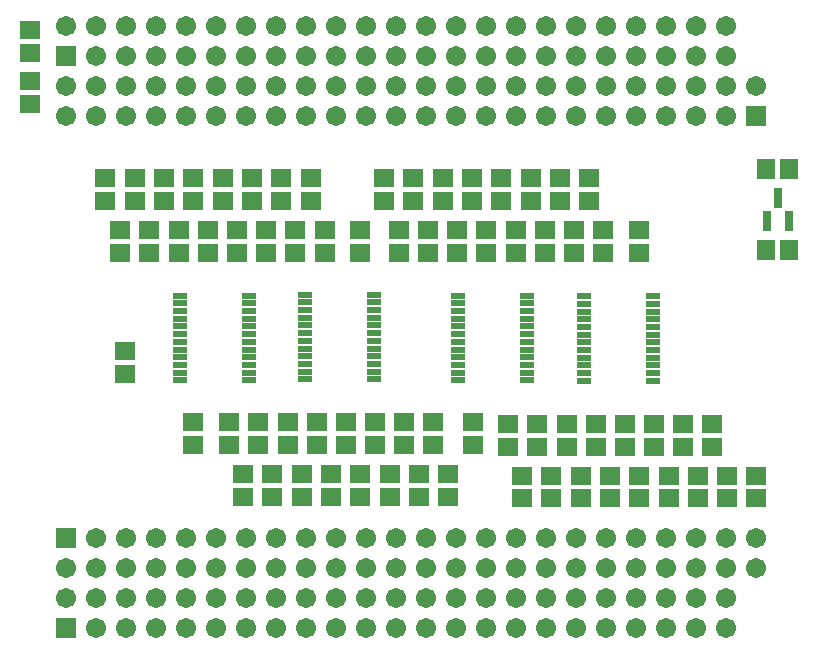
<source format=gts>
G04*
G04 #@! TF.GenerationSoftware,Altium Limited,Altium Designer,19.1.8 (144)*
G04*
G04 Layer_Color=8388736*
%FSLAX44Y44*%
%MOMM*%
G71*
G01*
G75*
%ADD20R,1.7272X1.5240*%
%ADD21R,1.1938X0.5080*%
%ADD22R,1.5240X1.7272*%
%ADD23R,0.8032X1.7032*%
%ADD24R,1.7032X1.7032*%
%ADD25C,1.7032*%
D20*
X-325882Y242062D02*
D03*
Y261214D02*
D03*
X227508Y-71882D02*
D03*
Y-91034D02*
D03*
X252218Y-71882D02*
D03*
Y-91034D02*
D03*
X-46482Y73152D02*
D03*
Y92304D02*
D03*
X49276Y-70612D02*
D03*
Y-89764D02*
D03*
X15998Y-70612D02*
D03*
Y-89764D02*
D03*
X-187198Y-70612D02*
D03*
Y-89764D02*
D03*
X190246Y73152D02*
D03*
Y92304D02*
D03*
X28698Y-114554D02*
D03*
Y-133706D02*
D03*
X3843Y-114554D02*
D03*
Y-133706D02*
D03*
X-21012Y-114554D02*
D03*
Y-133706D02*
D03*
X-45867Y-114554D02*
D03*
Y-133706D02*
D03*
X-70722Y-114554D02*
D03*
Y-133706D02*
D03*
X-95578Y-114554D02*
D03*
Y-133706D02*
D03*
X-120433Y-114554D02*
D03*
Y-133706D02*
D03*
X-145288Y-114554D02*
D03*
Y-133706D02*
D03*
X-8712Y-70612D02*
D03*
Y-89764D02*
D03*
X-33422Y-70612D02*
D03*
Y-89764D02*
D03*
X-58132Y-70612D02*
D03*
Y-89764D02*
D03*
X-82842Y-70612D02*
D03*
Y-89764D02*
D03*
X-107552Y-70612D02*
D03*
Y-89764D02*
D03*
X-132262Y-70612D02*
D03*
Y-89764D02*
D03*
X-156972Y-70612D02*
D03*
Y-89764D02*
D03*
X159718Y73152D02*
D03*
Y92304D02*
D03*
X148034Y117094D02*
D03*
Y136246D02*
D03*
X135008Y73152D02*
D03*
Y92304D02*
D03*
X123179Y117094D02*
D03*
Y136246D02*
D03*
X110298Y73152D02*
D03*
Y92304D02*
D03*
X98324Y117094D02*
D03*
Y136246D02*
D03*
X85588Y73152D02*
D03*
Y92304D02*
D03*
X73469Y117094D02*
D03*
Y136246D02*
D03*
X60878Y73152D02*
D03*
Y92304D02*
D03*
X48614Y117094D02*
D03*
Y136246D02*
D03*
X36168Y73152D02*
D03*
Y92304D02*
D03*
X23759Y117094D02*
D03*
Y136246D02*
D03*
X11458Y73152D02*
D03*
Y92304D02*
D03*
X-1096Y117094D02*
D03*
Y136246D02*
D03*
X-13252Y73152D02*
D03*
Y92304D02*
D03*
X-25951Y117094D02*
D03*
Y136246D02*
D03*
X79248Y-71882D02*
D03*
Y-91034D02*
D03*
X-76248Y73152D02*
D03*
Y92304D02*
D03*
X90932Y-115824D02*
D03*
Y-134976D02*
D03*
X-87932Y117094D02*
D03*
Y136246D02*
D03*
X103958Y-71882D02*
D03*
Y-91034D02*
D03*
X-100958Y73152D02*
D03*
Y92304D02*
D03*
X115787Y-115824D02*
D03*
Y-134976D02*
D03*
X-112787Y117094D02*
D03*
Y136246D02*
D03*
X128668Y-71882D02*
D03*
Y-91034D02*
D03*
X-125668Y73152D02*
D03*
Y92304D02*
D03*
X140642Y-115824D02*
D03*
Y-134976D02*
D03*
X-137642Y117094D02*
D03*
Y136246D02*
D03*
X153378Y-71882D02*
D03*
Y-91034D02*
D03*
X-150378Y73152D02*
D03*
Y92304D02*
D03*
X165497Y-115824D02*
D03*
Y-134976D02*
D03*
X-162497Y117094D02*
D03*
Y136246D02*
D03*
X178088Y-71882D02*
D03*
Y-91034D02*
D03*
X-175088Y73152D02*
D03*
Y92304D02*
D03*
X190353Y-115824D02*
D03*
Y-134976D02*
D03*
X-187352Y117094D02*
D03*
Y136246D02*
D03*
X202798Y-71882D02*
D03*
Y-91034D02*
D03*
X-199797Y73152D02*
D03*
Y92304D02*
D03*
X215208Y-115824D02*
D03*
Y-134976D02*
D03*
X-212207Y117094D02*
D03*
Y136246D02*
D03*
X-224508Y73152D02*
D03*
Y92304D02*
D03*
X240063Y-115824D02*
D03*
Y-134976D02*
D03*
X-237062Y117094D02*
D03*
Y136246D02*
D03*
X-249217Y73152D02*
D03*
Y92304D02*
D03*
X264918Y-115824D02*
D03*
Y-134976D02*
D03*
X-261917Y117094D02*
D03*
Y136246D02*
D03*
X289052Y-134976D02*
D03*
Y-115824D02*
D03*
X-244856Y-10312D02*
D03*
Y-29464D02*
D03*
X-325882Y199034D02*
D03*
Y218186D02*
D03*
D21*
X143542Y36258D02*
D03*
Y29758D02*
D03*
Y23258D02*
D03*
Y16758D02*
D03*
Y10258D02*
D03*
Y3758D02*
D03*
Y-2794D02*
D03*
Y-9398D02*
D03*
Y-15748D02*
D03*
Y-22352D02*
D03*
X201930D02*
D03*
Y-15748D02*
D03*
Y-9398D02*
D03*
Y-2794D02*
D03*
Y3758D02*
D03*
Y10258D02*
D03*
Y16758D02*
D03*
Y23258D02*
D03*
Y29758D02*
D03*
Y36258D02*
D03*
X143542Y-28956D02*
D03*
X201930D02*
D03*
X143542Y-35306D02*
D03*
X201930D02*
D03*
X95424Y-34988D02*
D03*
Y-28488D02*
D03*
Y-21988D02*
D03*
Y-15488D02*
D03*
Y-8988D02*
D03*
Y-2488D02*
D03*
Y4064D02*
D03*
Y10668D02*
D03*
Y17018D02*
D03*
Y23622D02*
D03*
X37036D02*
D03*
Y17018D02*
D03*
Y10668D02*
D03*
Y4064D02*
D03*
Y-2488D02*
D03*
Y-8988D02*
D03*
Y-15488D02*
D03*
Y-21988D02*
D03*
Y-28488D02*
D03*
Y-34988D02*
D03*
X95424Y30226D02*
D03*
X37036D02*
D03*
X95424Y36576D02*
D03*
X37036D02*
D03*
X-92678Y37528D02*
D03*
Y31028D02*
D03*
Y24528D02*
D03*
Y18028D02*
D03*
Y11528D02*
D03*
Y5028D02*
D03*
Y-1524D02*
D03*
Y-8128D02*
D03*
Y-14478D02*
D03*
Y-21082D02*
D03*
X-34290D02*
D03*
Y-14478D02*
D03*
Y-8128D02*
D03*
Y-1524D02*
D03*
Y5028D02*
D03*
Y11528D02*
D03*
Y18028D02*
D03*
Y24528D02*
D03*
Y31028D02*
D03*
Y37528D02*
D03*
X-92678Y-27686D02*
D03*
X-34290D02*
D03*
X-92678Y-34036D02*
D03*
X-34290D02*
D03*
X-140541Y-34988D02*
D03*
Y-28488D02*
D03*
Y-21988D02*
D03*
Y-15488D02*
D03*
Y-8988D02*
D03*
Y-2488D02*
D03*
Y4064D02*
D03*
Y10668D02*
D03*
Y17018D02*
D03*
Y23622D02*
D03*
X-198930D02*
D03*
Y17018D02*
D03*
Y10668D02*
D03*
Y4064D02*
D03*
Y-2488D02*
D03*
Y-8988D02*
D03*
Y-15488D02*
D03*
Y-21988D02*
D03*
Y-28488D02*
D03*
Y-34988D02*
D03*
X-140541Y30226D02*
D03*
X-198930D02*
D03*
X-140541Y36576D02*
D03*
X-198930D02*
D03*
D22*
X316840Y75184D02*
D03*
X297688D02*
D03*
X316840Y144272D02*
D03*
X297688D02*
D03*
D23*
X298348Y100228D02*
D03*
X317348D02*
D03*
X307848Y119228D02*
D03*
D24*
X-295000Y-168800D02*
D03*
X289200Y189200D02*
D03*
X-295000Y240000D02*
D03*
Y-245000D02*
D03*
D25*
Y-194200D02*
D03*
X-269600Y-168800D02*
D03*
Y-194200D02*
D03*
X-244200Y-168800D02*
D03*
Y-194200D02*
D03*
X-218800Y-168800D02*
D03*
Y-194200D02*
D03*
X-193400Y-168800D02*
D03*
Y-194200D02*
D03*
X-168000Y-168800D02*
D03*
Y-194200D02*
D03*
X-142600Y-168800D02*
D03*
Y-194200D02*
D03*
X-117200Y-168800D02*
D03*
Y-194200D02*
D03*
X-91800Y-168800D02*
D03*
Y-194200D02*
D03*
X-66400Y-168800D02*
D03*
Y-194200D02*
D03*
X-41000Y-168800D02*
D03*
Y-194200D02*
D03*
X-15600Y-168800D02*
D03*
Y-194200D02*
D03*
X9800Y-168800D02*
D03*
Y-194200D02*
D03*
X35200Y-168800D02*
D03*
Y-194200D02*
D03*
X60600Y-168800D02*
D03*
Y-194200D02*
D03*
X86000Y-168800D02*
D03*
Y-194200D02*
D03*
X111400Y-168800D02*
D03*
Y-194200D02*
D03*
X136800Y-168800D02*
D03*
Y-194200D02*
D03*
X162200Y-168800D02*
D03*
Y-194200D02*
D03*
X187600Y-168800D02*
D03*
Y-194200D02*
D03*
X213000Y-168800D02*
D03*
Y-194200D02*
D03*
X238400Y-168800D02*
D03*
Y-194200D02*
D03*
X263800Y-168800D02*
D03*
Y-194200D02*
D03*
X289200Y-168800D02*
D03*
Y-194200D02*
D03*
Y214600D02*
D03*
X263800Y189200D02*
D03*
Y214600D02*
D03*
X238400Y189200D02*
D03*
Y214600D02*
D03*
X213000Y189200D02*
D03*
Y214600D02*
D03*
X187600Y189200D02*
D03*
Y214600D02*
D03*
X162200Y189200D02*
D03*
Y214600D02*
D03*
X136800Y189200D02*
D03*
Y214600D02*
D03*
X111400Y189200D02*
D03*
Y214600D02*
D03*
X86000Y189200D02*
D03*
Y214600D02*
D03*
X60600Y189200D02*
D03*
Y214600D02*
D03*
X35200Y189200D02*
D03*
Y214600D02*
D03*
X9800Y189200D02*
D03*
Y214600D02*
D03*
X-15600Y189200D02*
D03*
Y214600D02*
D03*
X-41000Y189200D02*
D03*
Y214600D02*
D03*
X-66400Y189200D02*
D03*
Y214600D02*
D03*
X-91800Y189200D02*
D03*
Y214600D02*
D03*
X-117200Y189200D02*
D03*
Y214600D02*
D03*
X-142600Y189200D02*
D03*
Y214600D02*
D03*
X-168000Y189200D02*
D03*
Y214600D02*
D03*
X-193400Y189200D02*
D03*
Y214600D02*
D03*
X-218800Y189200D02*
D03*
Y214600D02*
D03*
X-244200Y189200D02*
D03*
Y214600D02*
D03*
X-269600Y189200D02*
D03*
Y214600D02*
D03*
X-295000Y189200D02*
D03*
Y214600D02*
D03*
X213000Y240000D02*
D03*
X263800Y265400D02*
D03*
Y240000D02*
D03*
X238400Y265400D02*
D03*
Y240000D02*
D03*
X213000Y265400D02*
D03*
X-193400D02*
D03*
Y240000D02*
D03*
X-218800Y265400D02*
D03*
Y240000D02*
D03*
X-244200Y265400D02*
D03*
Y240000D02*
D03*
X-269600Y265400D02*
D03*
Y240000D02*
D03*
X-295000Y265400D02*
D03*
X-168000D02*
D03*
X-142600Y240000D02*
D03*
Y265400D02*
D03*
X-117200Y240000D02*
D03*
Y265400D02*
D03*
X-91800Y240000D02*
D03*
Y265400D02*
D03*
X-66400Y240000D02*
D03*
Y265400D02*
D03*
X-41000D02*
D03*
X-15600Y240000D02*
D03*
Y265400D02*
D03*
X9800Y240000D02*
D03*
Y265400D02*
D03*
X35200Y240000D02*
D03*
Y265400D02*
D03*
X60600Y240000D02*
D03*
Y265400D02*
D03*
X86000D02*
D03*
X111400Y240000D02*
D03*
Y265400D02*
D03*
X136800Y240000D02*
D03*
Y265400D02*
D03*
X162200Y240000D02*
D03*
Y265400D02*
D03*
X187600Y240000D02*
D03*
Y265400D02*
D03*
X-168000Y240000D02*
D03*
X-41000D02*
D03*
X86000D02*
D03*
X213000Y-245000D02*
D03*
X263800Y-219600D02*
D03*
Y-245000D02*
D03*
X238400Y-219600D02*
D03*
Y-245000D02*
D03*
X213000Y-219600D02*
D03*
X-193400D02*
D03*
Y-245000D02*
D03*
X-218800Y-219600D02*
D03*
Y-245000D02*
D03*
X-244200Y-219600D02*
D03*
Y-245000D02*
D03*
X-269600Y-219600D02*
D03*
Y-245000D02*
D03*
X-295000Y-219600D02*
D03*
X-168000D02*
D03*
X-142600Y-245000D02*
D03*
Y-219600D02*
D03*
X-117200Y-245000D02*
D03*
Y-219600D02*
D03*
X-91800Y-245000D02*
D03*
Y-219600D02*
D03*
X-66400Y-245000D02*
D03*
Y-219600D02*
D03*
X-41000D02*
D03*
X-15600Y-245000D02*
D03*
Y-219600D02*
D03*
X9800Y-245000D02*
D03*
Y-219600D02*
D03*
X35200Y-245000D02*
D03*
Y-219600D02*
D03*
X60600Y-245000D02*
D03*
Y-219600D02*
D03*
X86000D02*
D03*
X111400Y-245000D02*
D03*
Y-219600D02*
D03*
X136800Y-245000D02*
D03*
Y-219600D02*
D03*
X162200Y-245000D02*
D03*
Y-219600D02*
D03*
X187600Y-245000D02*
D03*
Y-219600D02*
D03*
X-168000Y-245000D02*
D03*
X-41000D02*
D03*
X86000D02*
D03*
M02*

</source>
